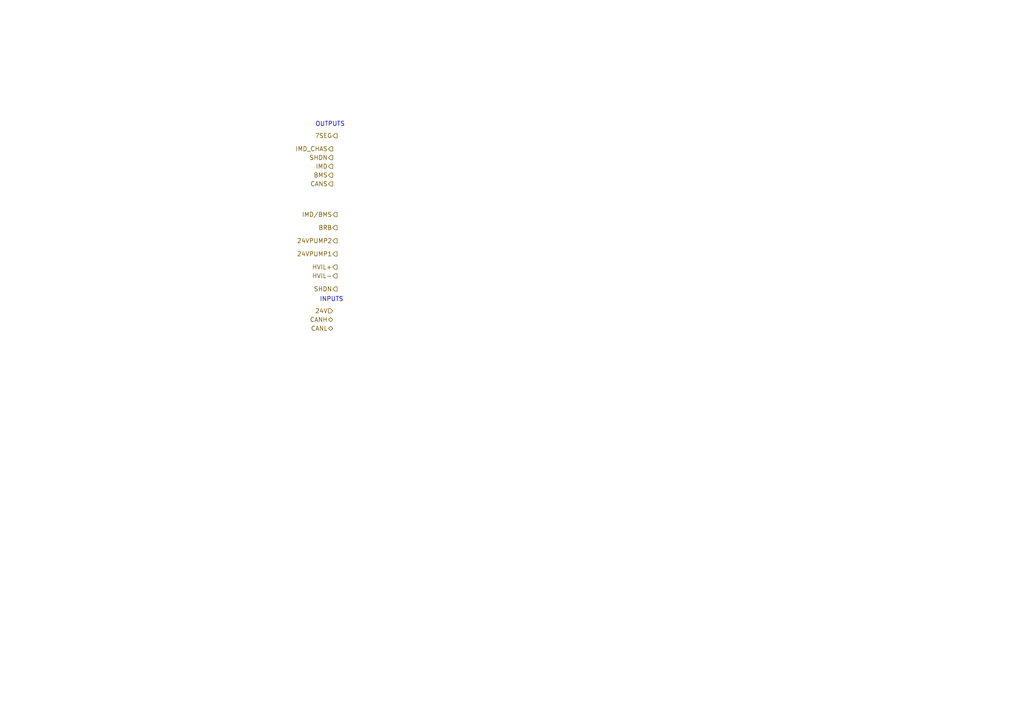
<source format=kicad_sch>
(kicad_sch (version 20230121) (generator eeschema)
  (paper "A4")
  (lib_symbols)
  (text "INPUTS\n" (at 92.71 87.63 0) (effects (font (size 1.27 1.27)) (justify left bottom)))
  (text "OUTPUTS\n" (at 91.44 36.83 0) (effects (font (size 1.27 1.27)) (justify left bottom)))
  (hierarchical_label "SHDN" (shape output) (at 96.52 45.72 180))
  (hierarchical_label "24VPUMP1" (shape output) (at 97.79 73.66 180))
  (hierarchical_label "SHDN" (shape output) (at 97.79 83.82 180))
  (hierarchical_label "HVIL+" (shape output) (at 97.79 77.47 180))
  (hierarchical_label "CANL" (shape bidirectional) (at 96.52 95.25 180))
  (hierarchical_label "CANH" (shape bidirectional) (at 96.52 92.71 180))
  (hierarchical_label "BRB" (shape output) (at 97.79 66.04 180))
  (hierarchical_label "7SEG" (shape output) (at 97.79 39.37 180))
  (hierarchical_label "HVIL-" (shape output) (at 97.79 80.01 180))
  (hierarchical_label "CANS" (shape output) (at 96.52 53.34 180))
  (hierarchical_label "IMD{slash}BMS" (shape output) (at 97.79 62.23 180))
  (hierarchical_label "24VPUMP2" (shape output) (at 97.79 69.85 180))
  (hierarchical_label "24V" (shape input) (at 96.52 90.17 180))
  (hierarchical_label "BMS" (shape output) (at 96.52 50.8 180))
  (hierarchical_label "IMD" (shape output) (at 96.52 48.26 180))
  (hierarchical_label "IMD_CHAS" (shape output) (at 96.52 43.18 180))
)
</source>
